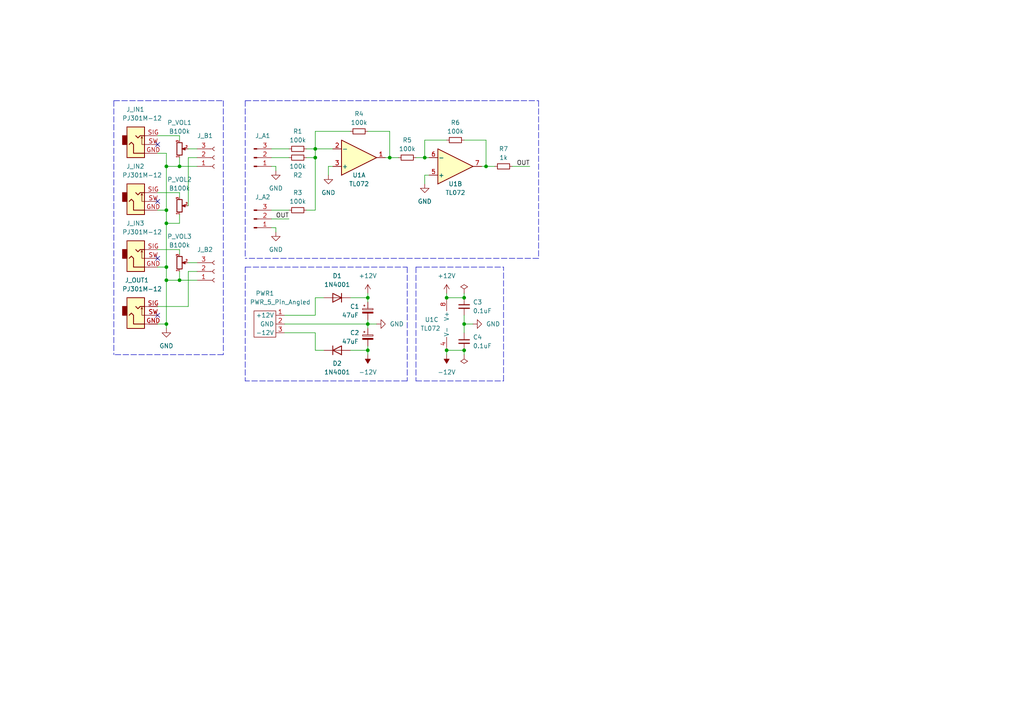
<source format=kicad_sch>
(kicad_sch (version 20211123) (generator eeschema)
  (paper "A4")
  (title_block (title "Avalon Harmonics MiX") (rev "v1.0") (company "Avalon Harmonics"))
  (lib_symbols
    (symbol "Amplifier_Operational:TL072" (pin_names (offset 0.127))
      (property "Reference" "U" (at 0 5.08 0))
      (property "Value" "TL072" (at 0 -5.08 0))
      (symbol "TL072_1_1"
        (polyline (pts (xy -5.08 5.08) (xy 5.08 0) (xy -5.08 -5.08) (xy -5.08 5.08)) (stroke (width 0.254)) (fill (type background)))
        (pin output line (at 7.62 0 180) (length 2.54) (name "~") (number "1"))
        (pin input line (at -7.62 -2.54 0) (length 2.54) (name "-") (number "2"))
        (pin input line (at -7.62 2.54 0) (length 2.54) (name "+") (number "3"))
      )
      (symbol "TL072_2_1"
        (polyline (pts (xy -5.08 5.08) (xy 5.08 0) (xy -5.08 -5.08) (xy -5.08 5.08)) (stroke (width 0.254)) (fill (type background)))
        (pin input line (at -7.62 2.54 0) (length 2.54) (name "+") (number "5"))
        (pin input line (at -7.62 -2.54 0) (length 2.54) (name "-") (number "6"))
        (pin output line (at 7.62 0 180) (length 2.54) (name "~") (number "7"))
      )
      (symbol "TL072_3_1"
        (pin power_in line (at -2.54 -7.62 90) (length 3.81) (name "V-") (number "4"))
        (pin power_in line (at -2.54 7.62 270) (length 3.81) (name "V+") (number "8"))
      )
    )
    (symbol "Connector:Conn_01x03_Female" (pin_names (offset 1.016) hide)
      (property "Reference" "J" (at 0 5.08 0))
      (property "Value" "Conn_01x03_Female" (at 0 -5.08 0))
      (symbol "Conn_01x03_Female_1_1"
        (arc (start 0 -2.032) (mid -0.508 -2.54) (end 0 -3.048) (stroke (width 0.1524)))
        (polyline (pts (xy -1.27 -2.54) (xy -0.508 -2.54)) (stroke (width 0.1524)))
        (polyline (pts (xy -1.27 0) (xy -0.508 0)) (stroke (width 0.1524)))
        (polyline (pts (xy -1.27 2.54) (xy -0.508 2.54)) (stroke (width 0.1524)))
        (arc (start 0 0.508) (mid -0.508 0) (end 0 -0.508) (stroke (width 0.1524)))
        (arc (start 0 3.048) (mid -0.508 2.54) (end 0 2.032) (stroke (width 0.1524)))
        (pin passive line (at -5.08 2.54 0) (length 3.81) (name "Pin_1") (number "1"))
        (pin passive line (at -5.08 0 0) (length 3.81) (name "Pin_2") (number "2"))
        (pin passive line (at -5.08 -2.54 0) (length 3.81) (name "Pin_3") (number "3"))
      )
    )
    (symbol "Connector:Conn_01x03_Male" (pin_names (offset 1.016) hide)
      (property "Reference" "J" (at 0 5.08 0))
      (property "Value" "Conn_01x03_Male" (at 0 -5.08 0))
      (symbol "Conn_01x03_Male_1_1"
        (polyline (pts (xy 1.27 -2.54) (xy 0.8636 -2.54)) (stroke (width 0.1524)))
        (polyline (pts (xy 1.27 0) (xy 0.8636 0)) (stroke (width 0.1524)))
        (polyline (pts (xy 1.27 2.54) (xy 0.8636 2.54)) (stroke (width 0.1524)))
        (rectangle (start 0.8636 -2.413) (end 0 -2.667) (stroke (width 0.1524)) (fill (type outline)))
        (rectangle (start 0.8636 0.127) (end 0 -0.127) (stroke (width 0.1524)) (fill (type outline)))
        (rectangle (start 0.8636 2.667) (end 0 2.413) (stroke (width 0.1524)) (fill (type outline)))
        (pin passive line (at 5.08 2.54 180) (length 3.81) (name "Pin_1") (number "1"))
        (pin passive line (at 5.08 0 180) (length 3.81) (name "Pin_2") (number "2"))
        (pin passive line (at 5.08 -2.54 180) (length 3.81) (name "Pin_3") (number "3"))
      )
    )
    (symbol "Device:C_Polarized_Small" (pin_numbers hide) (pin_names (offset 0.254) hide)
      (property "Reference" "C" (at 0.254 1.778 0))
      (property "Value" "C_Polarized_Small" (at 0.254 -2.032 0))
      (symbol "C_Polarized_Small_0_1"
        (rectangle (start -1.524 -0.3048) (end 1.524 -0.6858) (fill (type outline)))
        (rectangle (start -1.524 0.6858) (end 1.524 0.3048))
        (polyline (pts (xy -1.27 1.524) (xy -0.762 1.524)))
        (polyline (pts (xy -1.016 1.27) (xy -1.016 1.778)))
      )
      (symbol "C_Polarized_Small_1_1"
        (pin passive line (at 0 2.54 270) (length 1.8542) (name "~") (number "1"))
        (pin passive line (at 0 -2.54 90) (length 1.8542) (name "~") (number "2"))
      )
    )
    (symbol "Device:C_Small" (pin_numbers hide) (pin_names (offset 0.254) hide)
      (property "Reference" "C" (at 0.254 1.778 0))
      (property "Value" "C_Small" (at 0.254 -2.032 0))
      (symbol "C_Small_0_1"
        (polyline (pts (xy -1.524 -0.508) (xy 1.524 -0.508)) (stroke (width 0.3302)))
        (polyline (pts (xy -1.524 0.508) (xy 1.524 0.508)) (stroke (width 0.3048)))
      )
      (symbol "C_Small_1_1"
        (pin passive line (at 0 2.54 270) (length 2.032) (name "~") (number "1"))
        (pin passive line (at 0 -2.54 90) (length 2.032) (name "~") (number "2"))
      )
    )
    (symbol "Device:R_Potentiometer_Small" (pin_names (offset 1.016) hide)
      (property "Reference" "RV" (at -4.445 0 90))
      (property "Value" "R_Potentiometer_Small" (at -2.54 0 90))
      (symbol "R_Potentiometer_Small_0_1"
        (polyline (pts (xy 0.889 0) (xy 0.635 0) (xy 1.651 0.381) (xy 1.651 -0.381) (xy 0.635 0) (xy 0.889 0)) (fill (type outline)))
        (rectangle (start 0.762 1.8034) (end -0.762 -1.8034) (stroke (width 0.254)))
      )
      (symbol "R_Potentiometer_Small_1_1"
        (pin passive line (at 0 2.54 270) (length 0.635) (name "1") (number "1"))
        (pin passive line (at 2.54 0 180) (length 0.9906) (name "2") (number "2"))
        (pin passive line (at 0 -2.54 90) (length 0.635) (name "3") (number "3"))
      )
    )
    (symbol "Device:R_Small" (pin_numbers hide) (pin_names (offset 0.254) hide)
      (property "Reference" "R" (at 0.762 0.508 0))
      (property "Value" "R_Small" (at 0.762 -1.016 0))
      (symbol "R_Small_0_1"
        (rectangle (start -0.762 1.778) (end 0.762 -1.778) (stroke (width 0.2032)))
      )
      (symbol "R_Small_1_1"
        (pin passive line (at 0 2.54 270) (length 0.762) (name "~") (number "1"))
        (pin passive line (at 0 -2.54 90) (length 0.762) (name "~") (number "2"))
      )
    )
    (symbol "Diode:1N4001" (pin_numbers hide) (pin_names (offset 1.016) hide)
      (property "Reference" "D" (at 0 2.54 0))
      (property "Value" "1N4001" (at 0 -2.54 0))
      (symbol "1N4001_0_1"
        (polyline (pts (xy -1.27 1.27) (xy -1.27 -1.27)) (stroke (width 0.254)))
        (polyline (pts (xy 1.27 0) (xy -1.27 0)))
        (polyline (pts (xy 1.27 1.27) (xy 1.27 -1.27) (xy -1.27 0) (xy 1.27 1.27)) (stroke (width 0.254)))
      )
      (symbol "1N4001_1_1"
        (pin passive line (at -3.81 0 0) (length 2.54) (name "K") (number "1"))
        (pin passive line (at 3.81 0 180) (length 2.54) (name "A") (number "2"))
      )
    )
    (symbol "Eurorack:PJ301M-12"
      (property "Reference" "J?" (at -0.635 7.62 0))
      (property "Value" "PJ301M-12" (at -0.635 5.08 0))
      (symbol "PJ301M-12_0_1"
        (rectangle (start -2.54 0) (end -3.81 -2.54) (stroke (width 0.254)) (fill (type outline)))
        (polyline (pts (xy 1.778 -0.254) (xy 2.032 -0.762)))
        (polyline (pts (xy 3.81 -5.08) (xy 2.54 -5.08)))
        (polyline (pts (xy 3.81 -2.54) (xy 2.54 -2.54)))
        (polyline (pts (xy 3.81 0) (xy 2.54 0)))
        (polyline (pts (xy 0 0) (xy 0.635 -0.635) (xy 1.27 0) (xy 2.54 0)) (stroke (width 0.254)))
        (polyline (pts (xy 2.54 -2.54) (xy 1.778 -2.54) (xy 1.778 -0.254) (xy 1.524 -0.762)))
        (polyline (pts (xy 2.54 -5.08) (xy -0.635 -5.08) (xy -0.635 -2.54) (xy -1.27 -1.905) (xy -1.905 -2.54)) (stroke (width 0.254)))
        (rectangle (start 2.54 2.54) (end -2.54 -6.35) (stroke (width 0.254)) (fill (type background)))
      )
      (symbol "PJ301M-12_1_1"
        (pin passive line (at 6.35 -5.08 180) (length 2.54) (name "~") (number "GND"))
        (pin passive line (at 6.35 0 180) (length 2.54) (name "~") (number "SIG"))
        (pin passive line (at 6.35 -2.54 180) (length 2.54) (name "~") (number "SW"))
      )
    )
    (symbol "Eurorack:PWR_5_Pin_Angled"
      (property "Reference" "H?" (at -5.08 6.35 0))
      (property "Value" "PWR_5_Pin_Angled" (at -5.08 3.81 0))
      (symbol "PWR_5_Pin_Angled_0_1"
        (rectangle (start -2.54 2.54) (end -8.89 -5.08))
      )
      (symbol "PWR_5_Pin_Angled_1_1"
        (pin power_out line (at 0 1.27 180) (length 2.54) (name "+12V") (number "1"))
        (pin power_out line (at 0 -1.27 180) (length 2.54) (name "GND") (number "2"))
        (pin power_out line (at 0 -3.81 180) (length 2.54) (name "-12V") (number "3"))
      )
    )
    (symbol "power:+12V" (power) (pin_names (offset 0))
      (property "Value" "+12V" (at 0 3.556 0))
      (symbol "+12V_0_1"
        (polyline (pts (xy -0.762 1.27) (xy 0 2.54)))
        (polyline (pts (xy 0 0) (xy 0 2.54)))
        (polyline (pts (xy 0 2.54) (xy 0.762 1.27)))
      )
      (symbol "+12V_1_1"
        (pin power_in line (at 0 0 90) (length 0) hide (name "+12V") (number "1"))
      )
    )
    (symbol "power:-12V" (power) (pin_names (offset 0))
      (property "Value" "-12V" (at 0 3.81 0))
      (symbol "-12V_0_0"
        (pin power_in line (at 0 0 90) (length 0) hide (name "-12V") (number "1"))
      )
      (symbol "-12V_0_1"
        (polyline (pts (xy 0 0) (xy 0 1.27) (xy 0.762 1.27) (xy 0 2.54) (xy -0.762 1.27) (xy 0 1.27)) (fill (type outline)))
      )
    )
    (symbol "power:GND" (power) (pin_names (offset 0))
      (property "Value" "GND" (at 0 -3.81 0))
      (symbol "GND_0_1"
        (polyline (pts (xy 0 0) (xy 0 -1.27) (xy 1.27 -1.27) (xy 0 -2.54) (xy -1.27 -1.27) (xy 0 -1.27)))
      )
      (symbol "GND_1_1"
        (pin power_in line (at 0 0 270) (length 0) hide (name "GND") (number "1"))
      )
    )
    (symbol "power:PWR_FLAG" (power) (pin_numbers hide) (pin_names (offset 0) hide)
      (property "Value" "PWR_FLAG" (at 0 3.81 0))
      (symbol "PWR_FLAG_0_0"
        (pin power_out line (at 0 0 90) (length 0) (name "pwr") (number "1"))
      )
      (symbol "PWR_FLAG_0_1"
        (polyline (pts (xy 0 0) (xy 0 1.27) (xy -1.016 1.905) (xy 0 2.54) (xy 1.016 1.905) (xy 0 1.27)))
      )
    )
  )
  (junction (at 106.68 101.6))
  (junction (at 91.44 43.18))
  (junction (at 52.07 48.26))
  (junction (at 140.97 48.26))
  (junction (at 134.62 93.98))
  (junction (at 113.03 45.72))
  (junction (at 106.68 86.36))
  (junction (at 129.54 101.6))
  (junction (at 91.44 45.72))
  (junction (at 48.26 48.26))
  (junction (at 52.07 81.28))
  (junction (at 134.62 101.6))
  (junction (at 129.54 86.36))
  (junction (at 134.62 86.36))
  (junction (at 48.26 93.98))
  (junction (at 123.19 45.72))
  (junction (at 106.68 93.98))
  (junction (at 48.26 77.47))
  (junction (at 48.26 81.28))
  (junction (at 48.26 64.77))
  (junction (at 48.26 60.96))
  (no_connect (at 45.72 41.91))
  (no_connect (at 45.72 74.93))
  (no_connect (at 45.72 58.42))
  (no_connect (at 45.72 91.44))
  (wire (pts (xy 113.03 45.72) (xy 111.76 45.72)))
  (wire (pts (xy 48.26 60.96) (xy 48.26 64.77)))
  (wire (pts (xy 52.07 62.23) (xy 52.07 64.77)))
  (wire (pts (xy 52.07 48.26) (xy 57.15 48.26)))
  (wire (pts (xy 134.62 40.64) (xy 140.97 40.64)))
  (wire (pts (xy 129.54 40.64) (xy 123.19 40.64)))
  (wire (pts (xy 45.72 44.45) (xy 48.26 44.45)))
  (wire (pts (xy 54.61 43.18) (xy 57.15 43.18)))
  (wire (pts (xy 91.44 96.52) (xy 91.44 101.6)))
  (wire (pts (xy 88.9 43.18) (xy 91.44 43.18)))
  (polyline (pts (xy 118.11 77.47) (xy 118.11 110.49)))
  (wire (pts (xy 45.72 55.88) (xy 52.07 55.88)))
  (wire (pts (xy 48.26 48.26) (xy 48.26 60.96)))
  (polyline (pts (xy 33.02 29.21) (xy 64.77 29.21)))
  (wire (pts (xy 78.74 43.18) (xy 83.82 43.18)))
  (wire (pts (xy 54.61 88.9) (xy 45.72 88.9)))
  (wire (pts (xy 52.07 48.26) (xy 48.26 48.26)))
  (wire (pts (xy 91.44 101.6) (xy 93.98 101.6)))
  (wire (pts (xy 52.07 78.74) (xy 52.07 81.28)))
  (wire (pts (xy 106.68 38.1) (xy 113.03 38.1)))
  (wire (pts (xy 140.97 48.26) (xy 139.7 48.26)))
  (wire (pts (xy 123.19 50.8) (xy 123.19 53.34)))
  (wire (pts (xy 134.62 101.6) (xy 134.62 102.87)))
  (wire (pts (xy 52.07 39.37) (xy 52.07 40.64)))
  (wire (pts (xy 54.61 78.74) (xy 54.61 88.9)))
  (wire (pts (xy 52.07 64.77) (xy 48.26 64.77)))
  (polyline (pts (xy 71.12 29.21) (xy 156.21 29.21)))
  (wire (pts (xy 54.61 45.72) (xy 57.15 45.72)))
  (polyline (pts (xy 64.77 29.21) (xy 64.77 102.87)))
  (wire (pts (xy 106.68 86.36) (xy 106.68 87.63)))
  (wire (pts (xy 134.62 86.36) (xy 129.54 86.36)))
  (wire (pts (xy 134.62 101.6) (xy 129.54 101.6)))
  (wire (pts (xy 88.9 60.96) (xy 91.44 60.96)))
  (polyline (pts (xy 120.65 77.47) (xy 146.05 77.47)))
  (wire (pts (xy 137.16 93.98) (xy 134.62 93.98)))
  (wire (pts (xy 113.03 45.72) (xy 115.57 45.72)))
  (wire (pts (xy 78.74 60.96) (xy 83.82 60.96)))
  (wire (pts (xy 101.6 101.6) (xy 106.68 101.6)))
  (wire (pts (xy 54.61 59.69) (xy 54.61 45.72)))
  (wire (pts (xy 113.03 38.1) (xy 113.03 45.72)))
  (wire (pts (xy 96.52 48.26) (xy 95.25 48.26)))
  (wire (pts (xy 52.07 55.88) (xy 52.07 57.15)))
  (wire (pts (xy 91.44 43.18) (xy 96.52 43.18)))
  (polyline (pts (xy 71.12 77.47) (xy 118.11 77.47)))
  (wire (pts (xy 120.65 45.72) (xy 123.19 45.72)))
  (wire (pts (xy 95.25 48.26) (xy 95.25 50.8)))
  (polyline (pts (xy 120.65 77.47) (xy 120.65 110.49)))
  (wire (pts (xy 106.68 101.6) (xy 106.68 100.33)))
  (wire (pts (xy 78.74 45.72) (xy 83.82 45.72)))
  (wire (pts (xy 57.15 78.74) (xy 54.61 78.74)))
  (wire (pts (xy 48.26 64.77) (xy 48.26 77.47)))
  (wire (pts (xy 123.19 45.72) (xy 124.46 45.72)))
  (polyline (pts (xy 146.05 110.49) (xy 146.05 77.47)))
  (polyline (pts (xy 71.12 29.21) (xy 71.12 74.93)))
  (polyline (pts (xy 64.77 102.87) (xy 33.02 102.87)))
  (polyline (pts (xy 120.65 110.49) (xy 146.05 110.49)))
  (wire (pts (xy 52.07 81.28) (xy 57.15 81.28)))
  (wire (pts (xy 134.62 93.98) (xy 134.62 96.52)))
  (wire (pts (xy 91.44 86.36) (xy 91.44 91.44)))
  (wire (pts (xy 124.46 50.8) (xy 123.19 50.8)))
  (wire (pts (xy 80.01 49.53) (xy 80.01 48.26)))
  (wire (pts (xy 91.44 91.44) (xy 82.55 91.44)))
  (wire (pts (xy 106.68 101.6) (xy 106.68 102.87)))
  (wire (pts (xy 101.6 38.1) (xy 91.44 38.1)))
  (wire (pts (xy 48.26 81.28) (xy 48.26 93.98)))
  (wire (pts (xy 80.01 66.04) (xy 78.74 66.04)))
  (wire (pts (xy 80.01 48.26) (xy 78.74 48.26)))
  (wire (pts (xy 52.07 72.39) (xy 52.07 73.66)))
  (wire (pts (xy 129.54 85.09) (xy 129.54 86.36)))
  (wire (pts (xy 129.54 101.6) (xy 129.54 102.87)))
  (polyline (pts (xy 71.12 77.47) (xy 71.12 110.49)))
  (wire (pts (xy 140.97 40.64) (xy 140.97 48.26)))
  (wire (pts (xy 45.72 93.98) (xy 48.26 93.98)))
  (wire (pts (xy 106.68 86.36) (xy 106.68 85.09)))
  (wire (pts (xy 88.9 45.72) (xy 91.44 45.72)))
  (wire (pts (xy 45.72 72.39) (xy 52.07 72.39)))
  (wire (pts (xy 134.62 85.09) (xy 134.62 86.36)))
  (wire (pts (xy 52.07 81.28) (xy 48.26 81.28)))
  (wire (pts (xy 91.44 45.72) (xy 91.44 43.18)))
  (wire (pts (xy 106.68 92.71) (xy 106.68 93.98)))
  (wire (pts (xy 82.55 93.98) (xy 106.68 93.98)))
  (wire (pts (xy 82.55 96.52) (xy 91.44 96.52)))
  (polyline (pts (xy 118.11 110.49) (xy 71.12 110.49)))
  (wire (pts (xy 48.26 93.98) (xy 48.26 95.25)))
  (wire (pts (xy 45.72 60.96) (xy 48.26 60.96)))
  (polyline (pts (xy 33.02 29.21) (xy 33.02 102.87)))
  (wire (pts (xy 48.26 44.45) (xy 48.26 48.26)))
  (wire (pts (xy 54.61 76.2) (xy 57.15 76.2)))
  (wire (pts (xy 78.74 63.5) (xy 83.82 63.5)))
  (wire (pts (xy 91.44 86.36) (xy 93.98 86.36)))
  (wire (pts (xy 91.44 38.1) (xy 91.44 43.18)))
  (wire (pts (xy 106.68 93.98) (xy 106.68 95.25)))
  (polyline (pts (xy 156.21 74.93) (xy 71.12 74.93)))
  (wire (pts (xy 45.72 39.37) (xy 52.07 39.37)))
  (wire (pts (xy 106.68 93.98) (xy 109.22 93.98)))
  (wire (pts (xy 140.97 48.26) (xy 143.51 48.26)))
  (wire (pts (xy 52.07 45.72) (xy 52.07 48.26)))
  (wire (pts (xy 148.59 48.26) (xy 153.67 48.26)))
  (wire (pts (xy 101.6 86.36) (xy 106.68 86.36)))
  (wire (pts (xy 48.26 77.47) (xy 48.26 81.28)))
  (wire (pts (xy 45.72 77.47) (xy 48.26 77.47)))
  (polyline (pts (xy 156.21 29.21) (xy 156.21 74.93)))
  (wire (pts (xy 80.01 67.31) (xy 80.01 66.04)))
  (wire (pts (xy 123.19 40.64) (xy 123.19 45.72)))
  (wire (pts (xy 91.44 60.96) (xy 91.44 45.72)))
  (wire (pts (xy 134.62 93.98) (xy 134.62 91.44)))
  (label "OUT" (at 153.67 48.26 180))
  (label "OUT" (at 83.82 63.5 180))
  (symbol (lib_id "Connector:Conn_01x03_Female") (at 62.23 45.72 0) (mirror x) (unit 1)
    (property "Reference" "J_B1" (at 57.15 39.37 0) (effects (justify left)))
    (property "Value" "Conn_01x03_Female" (effects hide))
    (property "Footprint" "Connector_PinHeader_2.54mm:PinHeader_1x03_P2.54mm_Vertical" (effects hide))
  )
  (symbol (lib_id "Eurorack:PJ301M-12") (at 39.37 72.39 0) (unit 1)
    (property "Reference" "J_IN3" (at 41.91 64.77 0) (effects (justify right)))
    (property "Value" "PJ301M-12" (at 46.99 67.31 0) (effects (justify right)))
    (property "Footprint" "Eurorack:PJ301M-12" (effects hide))
  )
  (symbol (lib_id "Device:R_Small") (at 132.08 40.64 270) (unit 1)
    (property "Reference" "R6" (at 132.08 35.56 90))
    (property "Value" "100k" (at 132.08 38.1 90))
    (property "Footprint" "Resistor_THT:R_Axial_DIN0207_L6.3mm_D2.5mm_P10.16mm_Horizontal" (effects hide))
  )
  (symbol (lib_id "Device:C_Polarized_Small") (at 106.68 97.79 0) (unit 1)
    (property "Reference" "C2" (at 102.87 96.52 0))
    (property "Value" "47uF" (at 101.6 99.06 0))
    (property "Footprint" "Capacitor_THT:CP_Radial_D6.3mm_P2.50mm" (effects hide))
  )
  (symbol (lib_id "Amplifier_Operational:TL072") (at 132.08 93.98 0) (unit 3)
    (property "Reference" "U1" (at 123.19 92.7099 0) (effects (justify left)))
    (property "Value" "TL072" (at 121.92 95.25 0) (effects (justify left)))
    (property "Footprint" "Package_DIP:DIP-8_W7.62mm_Socket_LongPads" (effects hide))
    (property "Datasheet" "http://www.ti.com/lit/ds/symlink/tl071.pdf" (effects hide))
  )
  (symbol (lib_id "Eurorack:PJ301M-12") (at 39.37 88.9 0) (unit 1)
    (property "Reference" "J_OUT1" (at 43.18 81.28 0) (effects (justify right)))
    (property "Value" "PJ301M-12" (at 46.99 83.82 0) (effects (justify right)))
    (property "Footprint" "Eurorack:PJ301M-12" (effects hide))
  )
  (symbol (lib_id "Device:C_Small") (at 134.62 88.9 0) (unit 1)
    (property "Reference" "C3" (at 137.16 87.6362 0) (effects (justify left)))
    (property "Value" "0.1uF" (at 137.16 90.1762 0) (effects (justify left)))
    (property "Footprint" "Capacitor_THT:C_Disc_D7.0mm_W2.5mm_P5.00mm" (effects hide))
  )
  (symbol (lib_id "Device:R_Potentiometer_Small") (at 52.07 43.18 0) (mirror x) (unit 1)
    (property "Reference" "P_VOL1" (at 52.07 35.56 0))
    (property "Value" "B100k" (at 52.07 38.1 0))
    (property "Footprint" "Eurorack:Potentiometer Alpha RD901F-40-00D NoSides" (effects hide))
  )
  (symbol (lib_id "power:-12V") (at 129.54 102.87 180) (unit 1)
    (property "Reference" "#PWR0109" (effects hide))
    (property "Value" "-12V" (at 129.54 107.95 0))
  )
  (symbol (lib_id "Eurorack:PWR_5_Pin_Angled") (at 82.55 92.71 0) (unit 1)
    (property "Reference" "PWR1" (at 76.835 85.09 0))
    (property "Value" "PWR_5_Pin_Angled" (at 81.28 87.63 0))
    (property "Footprint" "Eurorack:Eurorack Power 5 Pin Angled" (effects hide))
  )
  (symbol (lib_id "Device:R_Potentiometer_Small") (at 52.07 59.69 0) (mirror x) (unit 1)
    (property "Reference" "P_VOL2" (at 52.07 52.07 0))
    (property "Value" "B100k" (at 52.07 54.61 0))
    (property "Footprint" "Eurorack:Potentiometer Alpha RD901F-40-00D NoSides" (effects hide))
  )
  (symbol (lib_id "power:GND") (at 48.26 95.25 0) (unit 1)
    (property "Reference" "#PWR0103" (effects hide))
    (property "Value" "GND" (at 48.26 100.33 0))
  )
  (symbol (lib_id "power:GND") (at 80.01 67.31 0) (unit 1)
    (property "Reference" "#PWR0102" (effects hide))
    (property "Value" "GND" (at 80.01 72.39 0))
  )
  (symbol (lib_id "power:-12V") (at 106.68 102.87 180) (unit 1)
    (property "Reference" "#PWR0105" (effects hide))
    (property "Value" "-12V" (at 106.68 107.95 0))
  )
  (symbol (lib_id "Device:R_Small") (at 104.14 38.1 270) (unit 1)
    (property "Reference" "R4" (at 104.14 33.02 90))
    (property "Value" "100k" (at 104.14 35.56 90))
    (property "Footprint" "Resistor_THT:R_Axial_DIN0207_L6.3mm_D2.5mm_P10.16mm_Horizontal" (effects hide))
  )
  (symbol (lib_id "Device:C_Polarized_Small") (at 106.68 90.17 0) (unit 1)
    (property "Reference" "C1" (at 102.87 88.9 0))
    (property "Value" "47uF" (at 101.6 91.44 0))
    (property "Footprint" "Capacitor_THT:CP_Radial_D6.3mm_P2.50mm" (effects hide))
  )
  (symbol (lib_id "Connector:Conn_01x03_Male") (at 73.66 45.72 0) (mirror x) (unit 1)
    (property "Reference" "J_A1" (at 76.2 39.37 0))
    (property "Value" "Conn_01x03_Male" (effects hide))
    (property "Footprint" "Connector_PinHeader_2.54mm:PinHeader_1x03_P2.54mm_Vertical" (effects hide))
  )
  (symbol (lib_id "power:GND") (at 80.01 49.53 0) (unit 1)
    (property "Reference" "#PWR0110" (effects hide))
    (property "Value" "GND" (at 80.01 54.61 0))
  )
  (symbol (lib_id "Device:R_Small") (at 86.36 45.72 270) (mirror x) (unit 1)
    (property "Reference" "R2" (at 86.36 50.8 90))
    (property "Value" "100k" (at 86.36 48.26 90))
    (property "Footprint" "Resistor_THT:R_Axial_DIN0207_L6.3mm_D2.5mm_P10.16mm_Horizontal" (effects hide))
  )
  (symbol (lib_id "Device:R_Small") (at 146.05 48.26 270) (unit 1)
    (property "Reference" "R7" (at 146.05 43.18 90))
    (property "Value" "1k" (at 146.05 45.72 90))
    (property "Footprint" "Resistor_THT:R_Axial_DIN0207_L6.3mm_D2.5mm_P10.16mm_Horizontal" (effects hide))
  )
  (symbol (lib_id "power:GND") (at 95.25 50.8 0) (unit 1)
    (property "Reference" "#PWR0111" (effects hide))
    (property "Value" "GND" (at 95.25 55.88 0))
  )
  (symbol (lib_id "power:+12V") (at 129.54 85.09 0) (unit 1)
    (property "Reference" "#PWR0108" (effects hide))
    (property "Value" "+12V" (at 129.54 80.01 0))
  )
  (symbol (lib_id "Amplifier_Operational:TL072") (at 104.14 45.72 0) (mirror x) (unit 1)
    (property "Reference" "U1" (at 104.14 50.8 0))
    (property "Value" "TL072" (at 104.14 53.34 0))
    (property "Footprint" "Package_DIP:DIP-8_W7.62mm_Socket_LongPads" (effects hide))
    (property "Datasheet" "http://www.ti.com/lit/ds/symlink/tl071.pdf" (effects hide))
  )
  (symbol (lib_id "Connector:Conn_01x03_Male") (at 73.66 63.5 0) (mirror x) (unit 1)
    (property "Reference" "J_A2" (at 76.2 57.15 0))
    (property "Value" "Conn_01x03_Male" (effects hide))
    (property "Footprint" "Connector_PinHeader_2.54mm:PinHeader_1x03_P2.54mm_Vertical" (effects hide))
  )
  (symbol (lib_id "Device:R_Small") (at 86.36 60.96 270) (unit 1)
    (property "Reference" "R3" (at 86.36 55.88 90))
    (property "Value" "100k" (at 86.36 58.42 90))
    (property "Footprint" "Resistor_THT:R_Axial_DIN0207_L6.3mm_D2.5mm_P10.16mm_Horizontal" (effects hide))
  )
  (symbol (lib_id "Connector:Conn_01x03_Female") (at 62.23 78.74 0) (mirror x) (unit 1)
    (property "Reference" "J_B2" (at 57.15 72.39 0) (effects (justify left)))
    (property "Value" "Conn_01x03_Female" (effects hide))
    (property "Footprint" "Connector_PinHeader_2.54mm:PinHeader_1x03_P2.54mm_Vertical" (effects hide))
  )
  (symbol (lib_id "Amplifier_Operational:TL072") (at 132.08 48.26 0) (mirror x) (unit 2)
    (property "Reference" "U1" (at 132.08 53.34 0))
    (property "Value" "TL072" (at 132.08 55.88 0))
    (property "Footprint" "Package_DIP:DIP-8_W7.62mm_Socket_LongPads" (effects hide))
    (property "Datasheet" "http://www.ti.com/lit/ds/symlink/tl071.pdf" (effects hide))
  )
  (symbol (lib_id "power:+12V") (at 106.68 85.09 0) (unit 1)
    (property "Reference" "#PWR0104" (effects hide))
    (property "Value" "+12V" (at 106.68 80.01 0))
  )
  (symbol (lib_id "power:PWR_FLAG") (at 134.62 85.09 0) (unit 1)
    (property "Reference" "#FLG0101" (effects hide))
    (property "Value" "PWR_FLAG" (effects hide))
  )
  (symbol (lib_id "Eurorack:PJ301M-12") (at 39.37 55.88 0) (unit 1)
    (property "Reference" "J_IN2" (at 41.91 48.26 0) (effects (justify right)))
    (property "Value" "PJ301M-12" (at 46.99 50.8 0) (effects (justify right)))
    (property "Footprint" "Eurorack:PJ301M-12" (effects hide))
  )
  (symbol (lib_id "Device:C_Small") (at 134.62 99.06 0) (unit 1)
    (property "Reference" "C4" (at 137.16 97.7962 0) (effects (justify left)))
    (property "Value" "0.1uF" (at 137.16 100.3362 0) (effects (justify left)))
    (property "Footprint" "Capacitor_THT:C_Disc_D7.0mm_W2.5mm_P5.00mm" (effects hide))
  )
  (symbol (lib_id "power:GND") (at 123.19 53.34 0) (unit 1)
    (property "Reference" "#PWR0101" (effects hide))
    (property "Value" "GND" (at 123.19 58.42 0))
  )
  (symbol (lib_id "power:GND") (at 109.22 93.98 90) (unit 1)
    (property "Reference" "#PWR0106" (effects hide))
    (property "Value" "GND" (at 113.03 93.9799 90) (effects (justify right)))
  )
  (symbol (lib_id "power:GND") (at 137.16 93.98 90) (unit 1)
    (property "Reference" "#PWR0107" (effects hide))
    (property "Value" "GND" (at 140.97 93.9799 90) (effects (justify right)))
  )
  (symbol (lib_id "Eurorack:PJ301M-12") (at 39.37 39.37 0) (unit 1)
    (property "Reference" "J_IN1" (at 41.91 31.75 0) (effects (justify right)))
    (property "Value" "PJ301M-12" (at 46.99 34.29 0) (effects (justify right)))
    (property "Footprint" "Eurorack:PJ301M-12" (effects hide))
  )
  (symbol (lib_id "Device:R_Small") (at 86.36 43.18 270) (unit 1)
    (property "Reference" "R1" (at 86.36 38.1 90))
    (property "Value" "100k" (at 86.36 40.64 90))
    (property "Footprint" "Resistor_THT:R_Axial_DIN0207_L6.3mm_D2.5mm_P10.16mm_Horizontal" (effects hide))
  )
  (symbol (lib_id "Diode:1N4001") (at 97.79 86.36 180) (unit 1)
    (property "Reference" "D1" (at 97.79 80.01 0))
    (property "Value" "1N4001" (at 97.79 82.55 0))
    (property "Footprint" "Diode_THT:D_DO-41_SOD81_P10.16mm_Horizontal" (effects hide))
    (property "Datasheet" "http://www.vishay.com/docs/88503/1n4001.pdf" (effects hide))
  )
  (symbol (lib_id "power:PWR_FLAG") (at 134.62 102.87 180) (unit 1)
    (property "Reference" "#FLG0102" (effects hide))
    (property "Value" "PWR_FLAG" (effects hide))
  )
  (symbol (lib_id "Device:R_Potentiometer_Small") (at 52.07 76.2 0) (mirror x) (unit 1)
    (property "Reference" "P_VOL3" (at 52.07 68.58 0))
    (property "Value" "B100k" (at 52.07 71.12 0))
    (property "Footprint" "Eurorack:Potentiometer Alpha RD901F-40-00D NoSides" (effects hide))
  )
  (symbol (lib_id "Diode:1N4001") (at 97.79 101.6 0) (mirror x) (unit 1)
    (property "Reference" "D2" (at 97.79 105.41 0))
    (property "Value" "1N4001" (at 97.79 107.95 0))
    (property "Footprint" "Diode_THT:D_DO-41_SOD81_P10.16mm_Horizontal" (effects hide))
    (property "Datasheet" "http://www.vishay.com/docs/88503/1n4001.pdf" (effects hide))
  )
  (symbol (lib_id "Device:R_Small") (at 118.11 45.72 270) (unit 1)
    (property "Reference" "R5" (at 118.11 40.64 90))
    (property "Value" "100k" (at 118.11 43.18 90))
    (property "Footprint" "Resistor_THT:R_Axial_DIN0207_L6.3mm_D2.5mm_P10.16mm_Horizontal" (effects hide))
  )
)
</source>
